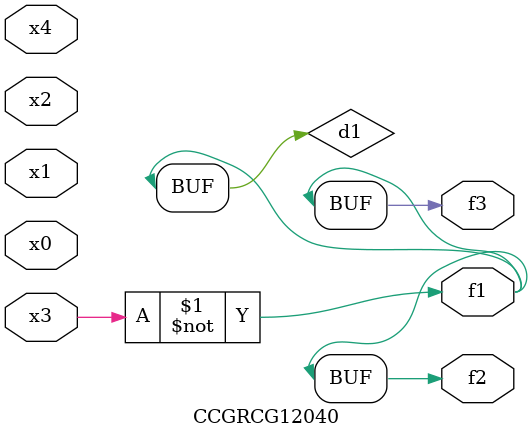
<source format=v>
module CCGRCG12040(
	input x0, x1, x2, x3, x4,
	output f1, f2, f3
);

	wire d1, d2;

	xnor (d1, x3);
	not (d2, x1);
	assign f1 = d1;
	assign f2 = d1;
	assign f3 = d1;
endmodule

</source>
